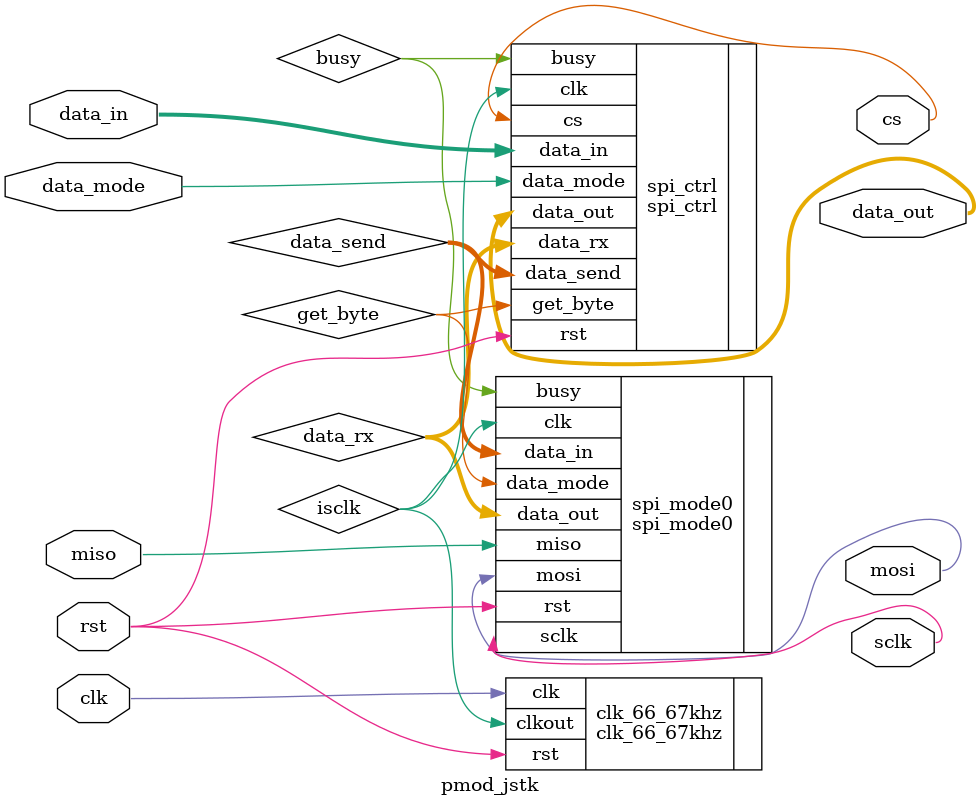
<source format=v>
`timescale 1ns / 1ps
/*
We used program from Xilinx forum and edited it to our needs.
////////////////////////////////////////////////////////////////////////////////////////////
// Company: Digilent Inc.
// Engineer: Josh Sackos
// 
// Create Date:    07/11/2012
// Module Name:    PmodJSTK
// Project Name: 	 PmodJSTK_Demo
// Target Devices: Nexys3
// Tool versions:  ISE 14.1
// Description: This component consists of three subcomponents a 66.67kHz serial clock,
//					 a SPI controller and a SPI interface. The SPI interface component is 
//					 responsible for sending and receiving a byte of data to and from the 
//					 PmodJSTK when a request is made. The SPI controller component manages all
//					 data transfer requests, and manages the data bytes being sent to the PmodJSTK.
//
// Revision History: 
// 						Revision 0.01 - File Created (Josh Sackos)
////////////////////////////////////////////////////////////////////////////////////////////
Edit Authors:
Orze³ £ukasz
wiebocki Jakub
*/

module pmod_jstk(
    input wire clk,
	input wire rst,
	input wire data_mode,
	input wire [7:0] data_in,
	input wire miso,
	
	output wire cs,
	output wire	sclk,
	output wire	mosi,
	output wire [39:0] data_out
);

wire get_byte;							// Inicjuje transfer bajtów danych w spiMode0
wire [7:0] data_send;					// Dane wysy³ane do Slave
wire [7:0] data_rx;						// dane z spiMode0
wire busy;								// Wymiana z spiMode0 do spiCtrl
        
// 66.67kHz
wire isclk;

spi_ctrl spi_ctrl(
    .clk(isclk),
    .rst(rst),
    .data_mode(data_mode),
    .busy(busy),
    .data_in(data_in),
    .data_rx(data_rx),
    .cs(cs),
    .get_byte(get_byte),
    .data_send(data_send),
    .data_out(data_out)
);

spi_mode0 spi_mode0(
    .clk(isclk),
    .rst(rst),
    .data_mode(get_byte),
    .data_in(data_send),
    .miso(miso),
    .mosi(mosi),
    .sclk(sclk),
    .busy(busy),
    .data_out(data_rx)
);

clk_66_67khz clk_66_67khz(
    .clk(clk),
    .rst(rst),
    .clkout(isclk)
);

endmodule

</source>
